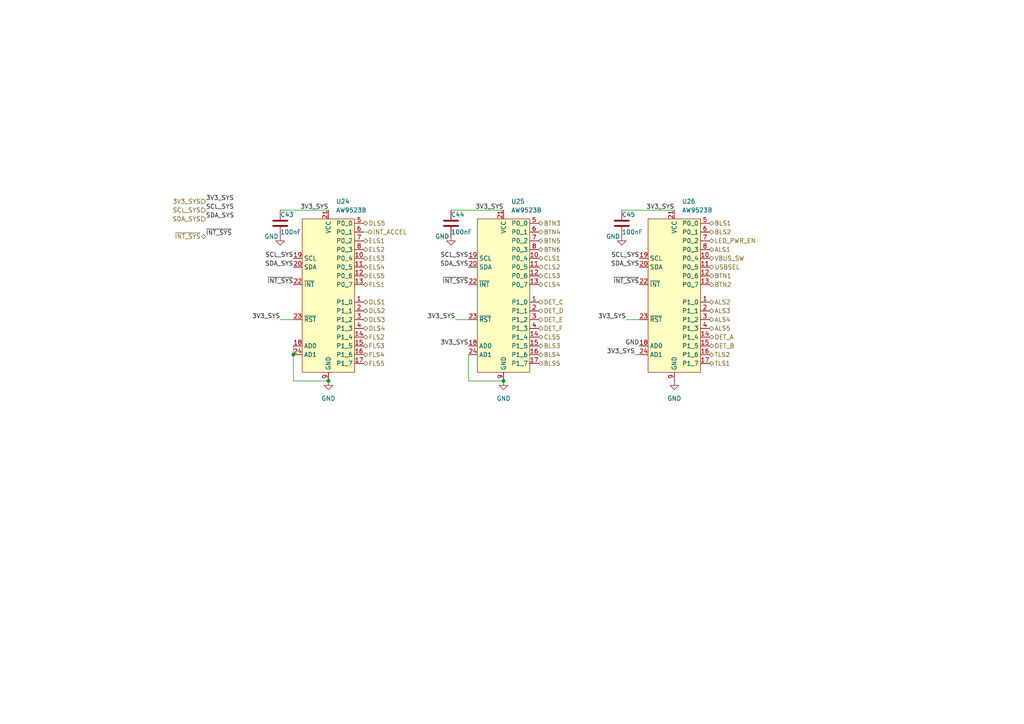
<source format=kicad_sch>
(kicad_sch (version 20231120) (generator "eeschema") (generator_version "8.0")
  (paper "A4")
  (lib_symbols
    (symbol "Device:C" (pin_numbers hide) (pin_names (offset 0.254))
      (property "Reference" "C" (at 0.635 2.54 0))
      (property "Value" "C" (at 0.635 -2.54 0))
      (symbol "C_0_1"
        (polyline (pts (xy -2.032 -0.762) (xy 2.032 -0.762)) (stroke (width 0.508)))
        (polyline (pts (xy -2.032 0.762) (xy 2.032 0.762)) (stroke (width 0.508)))
      )
      (symbol "C_1_1"
        (pin passive line (at 0 3.81 270) (length 2.794) (name "~") (number "1"))
        (pin passive line (at 0 -3.81 90) (length 2.794) (name "~") (number "2"))
      )
    )
    (symbol "power:GND" (power) (pin_names (offset 0))
      (property "Value" "GND" (at 0 -3.81 0))
      (symbol "GND_0_1"
        (polyline (pts (xy 0 0) (xy 0 -1.27) (xy 1.27 -1.27) (xy 0 -2.54) (xy -1.27 -1.27) (xy 0 -1.27)))
      )
      (symbol "GND_1_1"
        (pin power_in line (at 0 0 270) (length 0) hide (name "GND") (number "1"))
      )
    )
    (symbol "tildagon:AW9523B"
      (property "Reference" "U" (at 0 0 0))
      (property "Value" "AW9523B" (at 0 0 0))
      (symbol "AW9523B_1_1"
        (rectangle (start -7.62 21.59) (end 7.62 -22.86) (fill (type background)))
        (pin tri_state line (at 10.16 -2.54 180) (length 2.54) (name "P1_0") (number "1"))
        (pin tri_state line (at 10.16 10.16 180) (length 2.54) (name "P0_4") (number "10"))
        (pin tri_state line (at 10.16 7.62 180) (length 2.54) (name "P0_5") (number "11"))
        (pin tri_state line (at 10.16 5.08 180) (length 2.54) (name "P0_6") (number "12"))
        (pin tri_state line (at 10.16 2.54 180) (length 2.54) (name "P0_7") (number "13"))
        (pin tri_state line (at 10.16 -12.7 180) (length 2.54) (name "P1_4") (number "14"))
        (pin tri_state line (at 10.16 -15.24 180) (length 2.54) (name "P1_5") (number "15"))
        (pin tri_state line (at 10.16 -17.78 180) (length 2.54) (name "P1_6") (number "16"))
        (pin tri_state line (at 10.16 -20.32 180) (length 2.54) (name "P1_7") (number "17"))
        (pin input line (at -10.16 -15.24 0) (length 2.54) (name "AD0") (number "18"))
        (pin input line (at -10.16 10.16 0) (length 2.54) (name "SCL") (number "19"))
        (pin tri_state line (at 10.16 -5.08 180) (length 2.54) (name "P1_1") (number "2"))
        (pin input line (at -10.16 7.62 0) (length 2.54) (name "SDA") (number "20"))
        (pin power_in line (at 0 24.13 270) (length 2.54) (name "VCC") (number "21"))
        (pin open_collector line (at -10.16 2.54 0) (length 2.54) (name "~{INT}") (number "22"))
        (pin input line (at -10.16 -7.62 0) (length 2.54) (name "~{RST}") (number "23"))
        (pin input line (at -10.16 -17.78 0) (length 2.54) (name "AD1") (number "24"))
        (pin passive line (at 0 -25.4 90) (length 2.54) hide (name "GND") (number "25"))
        (pin tri_state line (at 10.16 -7.62 180) (length 2.54) (name "P1_2") (number "3"))
        (pin tri_state line (at 10.16 -10.16 180) (length 2.54) (name "P1_3") (number "4"))
        (pin tri_state line (at 10.16 20.32 180) (length 2.54) (name "P0_0") (number "5"))
        (pin tri_state line (at 10.16 17.78 180) (length 2.54) (name "P0_1") (number "6"))
        (pin tri_state line (at 10.16 15.24 180) (length 2.54) (name "P0_2") (number "7"))
        (pin tri_state line (at 10.16 12.7 180) (length 2.54) (name "P0_3") (number "8"))
        (pin power_in line (at 0 -25.4 90) (length 2.54) (name "GND") (number "9"))
      )
    )
  )
  (junction (at 146.05 110.49))
  (junction (at 95.25 110.49))
  (junction (at 85.09 102.87))
  (wire (pts (xy 135.89 110.49) (xy 146.05 110.49)))
  (wire (pts (xy 181.61 92.71) (xy 185.42 92.71)))
  (wire (pts (xy 85.09 110.49) (xy 85.09 102.87)))
  (wire (pts (xy 180.34 60.96) (xy 195.58 60.96)))
  (wire (pts (xy 85.09 102.87) (xy 85.09 100.33)))
  (wire (pts (xy 130.81 60.96) (xy 146.05 60.96)))
  (wire (pts (xy 184.15 102.87) (xy 185.42 102.87)))
  (wire (pts (xy 132.08 92.71) (xy 135.89 92.71)))
  (wire (pts (xy 81.28 92.71) (xy 85.09 92.71)))
  (wire (pts (xy 95.25 110.49) (xy 85.09 110.49)))
  (wire (pts (xy 106.68 67.31) (xy 105.41 67.31)))
  (wire (pts (xy 135.89 102.87) (xy 135.89 110.49)))
  (wire (pts (xy 81.28 60.96) (xy 95.25 60.96)))
  (label "SCL_SYS" (at 59.69 60.96 0))
  (label "SDA_SYS" (at 85.09 77.47 180))
  (label "~{INT_SYS}" (at 85.09 82.55 180))
  (label "3V3_SYS" (at 135.89 100.33 180))
  (label "SDA_SYS" (at 185.42 77.47 180))
  (label "~{INT_SYS}" (at 59.69 68.58 0))
  (label "SCL_SYS" (at 135.89 74.93 180))
  (label "SDA_SYS" (at 59.69 63.5 0))
  (label "SCL_SYS" (at 185.42 74.93 180))
  (label "3V3_SYS" (at 195.58 60.96 180))
  (label "3V3_SYS" (at 81.28 92.71 180))
  (label "3V3_SYS" (at 146.05 60.96 180))
  (label "3V3_SYS" (at 184.15 102.87 180))
  (label "3V3_SYS" (at 132.08 92.71 180))
  (label "SCL_SYS" (at 85.09 74.93 180))
  (label "~{INT_SYS}" (at 135.89 82.55 180))
  (label "3V3_SYS" (at 59.69 58.42 0))
  (label "3V3_SYS" (at 181.61 92.71 180))
  (label "SDA_SYS" (at 135.89 77.47 180))
  (label "~{INT_SYS}" (at 185.42 82.55 180))
  (label "GND" (at 185.42 100.33 180))
  (label "3V3_SYS" (at 95.25 60.96 180))
  (hierarchical_label "ELS3" (shape bidirectional) (at 105.41 74.93 0))
  (hierarchical_label "ALS2" (shape bidirectional) (at 205.74 87.63 0))
  (hierarchical_label "INT_ACCEL" (shape bidirectional) (at 106.68 67.31 0))
  (hierarchical_label "BTN5" (shape bidirectional) (at 156.21 69.85 0))
  (hierarchical_label "CLS1" (shape bidirectional) (at 156.21 74.93 0))
  (hierarchical_label "ELS5" (shape bidirectional) (at 105.41 80.01 0))
  (hierarchical_label "BTN2" (shape bidirectional) (at 205.74 82.55 0))
  (hierarchical_label "FLS2" (shape bidirectional) (at 105.41 97.79 0))
  (hierarchical_label "DLS2" (shape bidirectional) (at 105.41 90.17 0))
  (hierarchical_label "BTN3" (shape bidirectional) (at 156.21 64.77 0))
  (hierarchical_label "DET_C" (shape bidirectional) (at 156.21 87.63 0))
  (hierarchical_label "BTN4" (shape bidirectional) (at 156.21 67.31 0))
  (hierarchical_label "DET_E" (shape bidirectional) (at 156.21 92.71 0))
  (hierarchical_label "~{INT_SYS}" (shape bidirectional) (at 59.69 68.58 180))
  (hierarchical_label "SDA_SYS" (shape input) (at 59.69 63.5 180))
  (hierarchical_label "DET_B" (shape bidirectional) (at 205.74 100.33 0))
  (hierarchical_label "BTN1" (shape bidirectional) (at 205.74 80.01 0))
  (hierarchical_label "USBSEL" (shape bidirectional) (at 205.74 77.47 0))
  (hierarchical_label "TLS1" (shape bidirectional) (at 205.74 105.41 0))
  (hierarchical_label "LED_PWR_EN" (shape bidirectional) (at 205.74 69.85 0))
  (hierarchical_label "CLS3" (shape bidirectional) (at 156.21 80.01 0))
  (hierarchical_label "DLS3" (shape bidirectional) (at 105.41 92.71 0))
  (hierarchical_label "SCL_SYS" (shape input) (at 59.69 60.96 180))
  (hierarchical_label "BLS5" (shape bidirectional) (at 156.21 105.41 0))
  (hierarchical_label "DET_D" (shape bidirectional) (at 156.21 90.17 0))
  (hierarchical_label "ELS4" (shape bidirectional) (at 105.41 77.47 0))
  (hierarchical_label "FLS5" (shape bidirectional) (at 105.41 105.41 0))
  (hierarchical_label "ELS2" (shape bidirectional) (at 105.41 72.39 0))
  (hierarchical_label "ELS1" (shape bidirectional) (at 105.41 69.85 0))
  (hierarchical_label "3V3_SYS" (shape input) (at 59.69 58.42 180))
  (hierarchical_label "CLS5" (shape bidirectional) (at 156.21 97.79 0))
  (hierarchical_label "BLS3" (shape bidirectional) (at 156.21 100.33 0))
  (hierarchical_label "FLS3" (shape bidirectional) (at 105.41 100.33 0))
  (hierarchical_label "VBUS_SW" (shape bidirectional) (at 205.74 74.93 0))
  (hierarchical_label "ALS4" (shape bidirectional) (at 205.74 92.71 0))
  (hierarchical_label "FLS1" (shape bidirectional) (at 105.41 82.55 0))
  (hierarchical_label "TLS2" (shape bidirectional) (at 205.74 102.87 0))
  (hierarchical_label "BLS2" (shape bidirectional) (at 205.74 67.31 0))
  (hierarchical_label "CLS4" (shape bidirectional) (at 156.21 82.55 0))
  (hierarchical_label "DET_F" (shape bidirectional) (at 156.21 95.25 0))
  (hierarchical_label "DLS4" (shape bidirectional) (at 105.41 95.25 0))
  (hierarchical_label "FLS4" (shape bidirectional) (at 105.41 102.87 0))
  (hierarchical_label "ALS1" (shape bidirectional) (at 205.74 72.39 0))
  (hierarchical_label "DLS5" (shape bidirectional) (at 105.41 64.77 0))
  (hierarchical_label "CLS2" (shape bidirectional) (at 156.21 77.47 0))
  (hierarchical_label "BLS4" (shape bidirectional) (at 156.21 102.87 0))
  (hierarchical_label "DET_A" (shape bidirectional) (at 205.74 97.79 0))
  (hierarchical_label "ALS5" (shape bidirectional) (at 205.74 95.25 0))
  (hierarchical_label "BTN6" (shape bidirectional) (at 156.21 72.39 0))
  (hierarchical_label "ALS3" (shape bidirectional) (at 205.74 90.17 0))
  (hierarchical_label "BLS1" (shape bidirectional) (at 205.74 64.77 0))
  (hierarchical_label "DLS1" (shape bidirectional) (at 105.41 87.63 0))
  (symbol (lib_id "Device:C") (at 180.34 64.77 0) (unit 1)
    (property "Reference" "C45" (at 180.34 62.23 0) (effects (justify left)))
    (property "Value" "100nF" (at 180.34 67.31 0) (effects (justify left)))
    (property "Footprint" "Capacitor_SMD:C_0402_1005Metric" (effects (hide yes)))
  )
  (symbol (lib_id "power:GND") (at 180.34 68.58 0) (unit 1)
    (property "Reference" "#PWR065" (effects (hide yes)))
    (property "Value" "GND" (at 177.8 68.58 0))
  )
  (symbol (lib_id "power:GND") (at 95.25 110.49 0) (unit 1)
    (property "Reference" "#PWR022" (effects (hide yes)))
    (property "Value" "GND" (at 95.25 115.57 0))
  )
  (symbol (lib_id "power:GND") (at 195.58 110.49 0) (unit 1)
    (property "Reference" "#PWR020" (effects (hide yes)))
    (property "Value" "GND" (at 195.58 115.57 0))
  )
  (symbol (lib_id "tildagon:AW9523B") (at 146.05 85.09 0) (unit 1)
    (property "Reference" "U25" (at 148.2441 58.42 0) (effects (justify left)))
    (property "Value" "AW9523B" (at 148.2441 60.96 0) (effects (justify left)))
    (property "Footprint" "Package_DFN_QFN:QFN-24-1EP_4x4mm_P0.5mm_EP2.7x2.6mm" (effects (hide yes)))
    (property "Datasheet" "https://cdn-shop.adafruit.com/product-files/4886/AW9523%20English%20Datasheet.pdf" (effects (hide yes)))
  )
  (symbol (lib_id "Device:C") (at 130.81 64.77 0) (unit 1)
    (property "Reference" "C44" (at 130.81 62.23 0) (effects (justify left)))
    (property "Value" "100nF" (at 130.81 67.31 0) (effects (justify left)))
    (property "Footprint" "Capacitor_SMD:C_0402_1005Metric" (effects (hide yes)))
  )
  (symbol (lib_id "power:GND") (at 130.81 68.58 0) (unit 1)
    (property "Reference" "#PWR064" (effects (hide yes)))
    (property "Value" "GND" (at 128.27 68.58 0))
  )
  (symbol (lib_id "tildagon:AW9523B") (at 195.58 85.09 0) (unit 1)
    (property "Reference" "U26" (at 197.7741 58.42 0) (effects (justify left)))
    (property "Value" "AW9523B" (at 197.7741 60.96 0) (effects (justify left)))
    (property "Footprint" "Package_DFN_QFN:QFN-24-1EP_4x4mm_P0.5mm_EP2.7x2.6mm" (effects (hide yes)))
    (property "Datasheet" "https://cdn-shop.adafruit.com/product-files/4886/AW9523%20English%20Datasheet.pdf" (effects (hide yes)))
  )
  (symbol (lib_id "power:GND") (at 146.05 110.49 0) (unit 1)
    (property "Reference" "#PWR021" (effects (hide yes)))
    (property "Value" "GND" (at 146.05 115.57 0))
  )
  (symbol (lib_id "Device:C") (at 81.28 64.77 0) (unit 1)
    (property "Reference" "C43" (at 81.28 62.23 0) (effects (justify left)))
    (property "Value" "100nF" (at 81.28 67.31 0) (effects (justify left)))
    (property "Footprint" "Capacitor_SMD:C_0402_1005Metric" (effects (hide yes)))
  )
  (symbol (lib_id "power:GND") (at 81.28 68.58 0) (unit 1)
    (property "Reference" "#PWR063" (effects (hide yes)))
    (property "Value" "GND" (at 78.74 68.58 0))
  )
  (symbol (lib_id "tildagon:AW9523B") (at 95.25 85.09 0) (unit 1)
    (property "Reference" "U24" (at 97.4441 58.42 0) (effects (justify left)))
    (property "Value" "AW9523B" (at 97.4441 60.96 0) (effects (justify left)))
    (property "Footprint" "Package_DFN_QFN:QFN-24-1EP_4x4mm_P0.5mm_EP2.7x2.6mm" (effects (hide yes)))
    (property "Datasheet" "https://cdn-shop.adafruit.com/product-files/4886/AW9523%20English%20Datasheet.pdf" (effects (hide yes)))
  )
)
</source>
